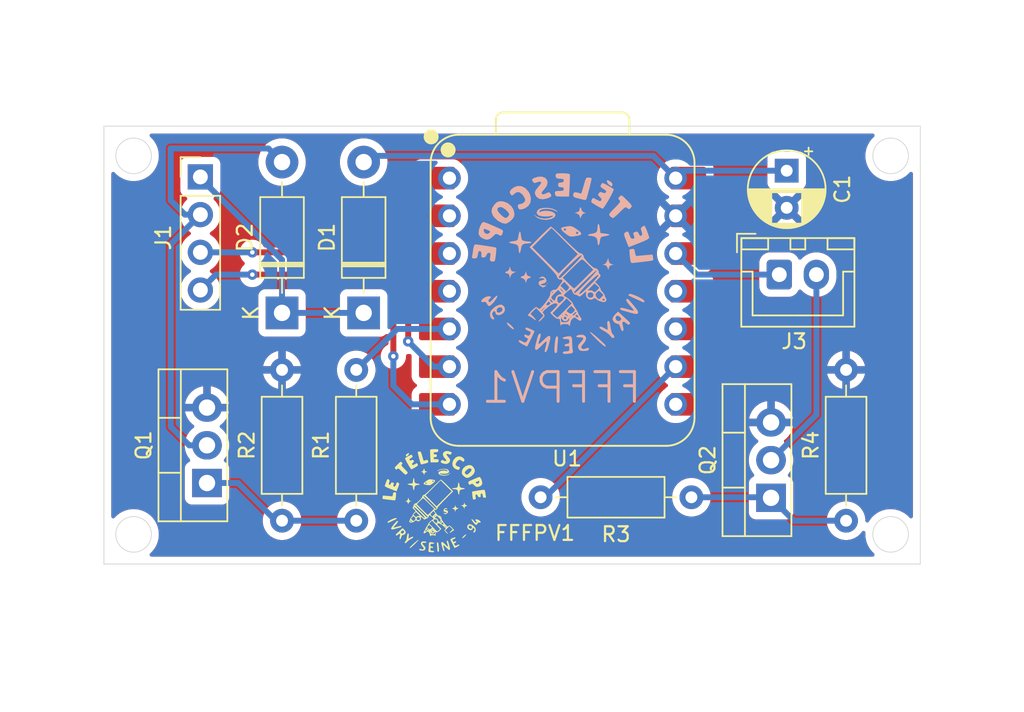
<source format=kicad_pcb>
(kicad_pcb (version 20241229) (generator "pcbnew") (generator_version "9.0")
  (layers (0 "F.Cu" signal) (4 "In1.Cu" signal) (6 "In2.Cu" signal) (2 "B.Cu" signal) (13 "F.Paste" user) (15 "B.Paste" user) (5 "F.SilkS" user "F.Silkscreen") (7 "B.SilkS" user "B.Silkscreen") (1 "F.Mask" user) (3 "B.Mask" user) (25 "Edge.Cuts" user))
  (net 0 "")
  (net 1 "GND")
  (net 2 "+5V")
  (net 3 "SERVO VCC")
  (net 4 "SERVO GND")
  (net 5 "SERVO POSITION FEEDBACK")
  (net 6 "SERVO POSITION CONTROL")
  (net 7 "+3V3")
  (net 8 "Net-(J3-Pin_2)")
  (net 9 "Net-(Q1-G)")
  (net 10 "Net-(Q2-G)")
  (net 11 "SERVO POWER CONTROL")
  (net 12 "LED_STRIP_POWER_CONTROL")
  (footprint "Seeeduino XIAO:XIAO-SAMD21-DIP" (layer "F.Cu") (at 128 80.5575)
    (property "Reference" "U1" (at 0.2 11.3425 0) (layer "F.SilkS"))
    (property "Value" "XIAO-SAMD21-DIP")
    (pad "1" smd roundrect (at -8.555 -7.5575 180) (size 2.432 1.524) (layers "F.Cu" "F.Mask") (roundrect_rratio 0.1))
    (pad "1" thru_hole circle (at -7.72 -7.5575 180) (size 1.524 1.524) (drill 0.889) (layers "*.Cu" "*.Mask"))
    (pad "2" smd roundrect (at -8.555 -5.0175 180) (size 2.432 1.524) (layers "F.Cu" "F.Mask") (roundrect_rratio 0.1))
    (pad "2" thru_hole circle (at -7.72 -5.0175 180) (size 1.524 1.524) (drill 0.889) (layers "*.Cu" "*.Mask"))
    (pad "3" smd roundrect (at -8.555 -2.4775 180) (size 2.432 1.524) (layers "F.Cu" "F.Mask") (roundrect_rratio 0.1))
    (pad "3" thru_hole circle (at -7.72 -2.4775 180) (size 1.524 1.524) (drill 0.889) (layers "*.Cu" "*.Mask"))
    (pad "4" smd roundrect (at -8.555 0.0625 180) (size 2.432 1.524) (layers "F.Cu" "F.Mask") (roundrect_rratio 0.1))
    (pad "4" thru_hole circle (at -7.72 0.0625 180) (size 1.524 1.524) (drill 0.889) (layers "*.Cu" "*.Mask"))
    (pad "5" smd roundrect (at -8.555 2.6025 180) (size 2.432 1.524) (layers "F.Cu" "F.Mask") (roundrect_rratio 0.1) (net 11 "SERVO POWER CONTROL"))
    (pad "5" thru_hole circle (at -7.72 2.6025 180) (size 1.524 1.524) (drill 0.889) (layers "*.Cu" "*.Mask") (net 11 "SERVO POWER CONTROL"))
    (pad "6" smd roundrect (at -8.555 5.1425 180) (size 2.432 1.524) (layers "F.Cu" "F.Mask") (roundrect_rratio 0.1) (net 6 "SERVO POSITION CONTROL"))
    (pad "6" thru_hole circle (at -7.72 5.1425 180) (size 1.524 1.524) (drill 0.889) (layers "*.Cu" "*.Mask") (net 6 "SERVO POSITION CONTROL"))
    (pad "7" smd roundrect (at -8.555 7.6825 180) (size 2.432 1.524) (layers "F.Cu" "F.Mask") (roundrect_rratio 0.1) (net 5 "SERVO POSITION FEEDBACK"))
    (pad "7" thru_hole circle (at -7.72 7.6825 180) (size 1.524 1.524) (drill 0.889) (layers "*.Cu" "*.Mask") (net 5 "SERVO POSITION FEEDBACK"))
    (pad "8" thru_hole circle (at 7.52 7.6825) (size 1.524 1.524) (drill 0.889) (layers "*.Cu" "*.Mask"))
    (pad "8" smd roundrect (at 8.355 7.6825) (size 2.432 1.524) (layers "F.Cu" "F.Mask") (roundrect_rratio 0.1))
    (pad "9" thru_hole circle (at 7.52 5.1425) (size 1.524 1.524) (drill 0.889) (layers "*.Cu" "*.Mask") (net 12 "LED_STRIP_POWER_CONTROL"))
    (pad "9" smd roundrect (at 8.355 5.1425) (size 2.432 1.524) (layers "F.Cu" "F.Mask") (roundrect_rratio 0.1) (net 12 "LED_STRIP_POWER_CONTROL"))
    (pad "10" thru_hole circle (at 7.52 2.6025) (size 1.524 1.524) (drill 0.889) (layers "*.Cu" "*.Mask"))
    (pad "10" smd roundrect (at 8.355 2.6025) (size 2.432 1.524) (layers "F.Cu" "F.Mask") (roundrect_rratio 0.1))
    (pad "11" thru_hole circle (at 7.52 0.0625) (size 1.524 1.524) (drill 0.889) (layers "*.Cu" "*.Mask"))
    (pad "11" smd roundrect (at 8.355 0.0625) (size 2.432 1.524) (layers "F.Cu" "F.Mask") (roundrect_rratio 0.1))
    (pad "12" thru_hole circle (at 7.52 -2.4775) (size 1.524 1.524) (drill 0.889) (layers "*.Cu" "*.Mask") (net 7 "+3V3"))
    (pad "12" smd roundrect (at 8.355 -2.4775) (size 2.432 1.524) (layers "F.Cu" "F.Mask") (roundrect_rratio 0.1) (net 7 "+3V3"))
    (pad "13" thru_hole circle (at 7.52 -5.0175) (size 1.524 1.524) (drill 0.889) (layers "*.Cu" "*.Mask") (net 1 "GND"))
    (pad "13" smd roundrect (at 8.355 -5.0175) (size 2.432 1.524) (layers "F.Cu" "F.Mask") (roundrect_rratio 0.1) (net 1 "GND"))
    (pad "14" thru_hole circle (at 7.52 -7.5575) (size 1.524 1.524) (drill 0.889) (layers "*.Cu" "*.Mask") (net 2 "+5V"))
    (pad "14" smd roundrect (at 8.355 -7.5575) (size 2.432 1.524) (layers "F.Cu" "F.Mask") (roundrect_rratio 0.1) (net 2 "+5V"))
  )
  (footprint "Diode_THT:D_DO-41_SOD81_P10.16mm_Horizontal" (layer "F.Cu") (at 114.5 82.08 90)
    (property "Reference" "D1" (at 5.08 -2.47 90) (layer "F.SilkS"))
    (property "Value" "1N5819")
    (fp_text user "K" (at 0 -2.1 90) (layer "F.SilkS"))
    (pad "1" thru_hole rect (at 0 0 90) (size 2.2 2.2) (drill 1.1) (layers "*.Cu" "*.Mask") (net 3 "SERVO VCC"))
    (pad "2" thru_hole oval (at 10.16 0 90) (size 2.2 2.2) (drill 1.1) (layers "*.Cu" "*.Mask") (net 2 "+5V"))
  )
  (footprint "Resistor_THT:R_Axial_DIN0207_L6.3mm_D2.5mm_P10.16mm_Horizontal" (layer "F.Cu") (at 114 96.08 90)
    (property "Reference" "R1" (at 5.08 -2.37 90) (layer "F.SilkS"))
    (property "Value" "220Ω")
    (pad "1" thru_hole circle (at 0 0 90) (size 1.6 1.6) (drill 0.8) (layers "*.Cu" "*.Mask") (net 9 "Net-(Q1-G)"))
    (pad "2" thru_hole oval (at 10.16 0 90) (size 1.6 1.6) (drill 0.8) (layers "*.Cu" "*.Mask") (net 11 "SERVO POWER CONTROL"))
  )
  (footprint "LOGO" (layer "F.Cu") (at 119.25 94.75)
    (property "Reference" "G***" (hide yes))
    (property "Value" "LOGO" (hide yes))
  )
  (footprint "Resistor_THT:R_Axial_DIN0207_L6.3mm_D2.5mm_P10.16mm_Horizontal" (layer "F.Cu") (at 126.42 94.5)
    (property "Reference" "R3" (at 5.08 2.5 0) (layer "F.SilkS"))
    (property "Value" "330Ω")
    (pad "1" thru_hole circle (at 0 0) (size 1.6 1.6) (drill 0.8) (layers "*.Cu" "*.Mask") (net 12 "LED_STRIP_POWER_CONTROL"))
    (pad "2" thru_hole oval (at 10.16 0) (size 1.6 1.6) (drill 0.8) (layers "*.Cu" "*.Mask") (net 10 "Net-(Q2-G)"))
  )
  (footprint "Resistor_THT:R_Axial_DIN0207_L6.3mm_D2.5mm_P10.16mm_Horizontal" (layer "F.Cu") (at 147 96.08 90)
    (property "Reference" "R4" (at 5.08 -2.37 90) (layer "F.SilkS"))
    (property "Value" "5kΩ")
    (pad "1" thru_hole circle (at 0 0 90) (size 1.6 1.6) (drill 0.8) (layers "*.Cu" "*.Mask") (net 10 "Net-(Q2-G)"))
    (pad "2" thru_hole oval (at 10.16 0 90) (size 1.6 1.6) (drill 0.8) (layers "*.Cu" "*.Mask") (net 1 "GND"))
  )
  (footprint "Package_TO_SOT_THT:TO-220-3_Vertical" (layer "F.Cu") (at 103.945 93.54 90)
    (property "Reference" "Q1" (at 2.54 -4.27 90) (layer "F.SilkS"))
    (property "Value" "IRLZ34N")
    (pad "1" thru_hole rect (at 0 0 90) (size 1.905 2) (drill 1.1) (layers "*.Cu" "*.Mask") (net 9 "Net-(Q1-G)"))
    (pad "2" thru_hole oval (at 2.54 0 90) (size 1.905 2) (drill 1.1) (layers "*.Cu" "*.Mask") (net 4 "SERVO GND"))
    (pad "3" thru_hole oval (at 5.08 0 90) (size 1.905 2) (drill 1.1) (layers "*.Cu" "*.Mask") (net 1 "GND"))
  )
  (footprint "Diode_THT:D_DO-41_SOD81_P10.16mm_Horizontal" (layer "F.Cu") (at 109 82.08 90)
    (property "Reference" "D2" (at 5.08 -2.5 90) (layer "F.SilkS"))
    (property "Value" "1N4007")
    (fp_text user "K" (at 0 -2.1 90) (layer "F.SilkS"))
    (pad "1" thru_hole rect (at 0 0 90) (size 2.2 2.2) (drill 1.1) (layers "*.Cu" "*.Mask") (net 3 "SERVO VCC"))
    (pad "2" thru_hole oval (at 10.16 0 90) (size 2.2 2.2) (drill 1.1) (layers "*.Cu" "*.Mask") (net 4 "SERVO GND"))
  )
  (footprint "Resistor_THT:R_Axial_DIN0207_L6.3mm_D2.5mm_P10.16mm_Horizontal" (layer "F.Cu") (at 109 96.08 90)
    (property "Reference" "R2" (at 5.08 -2.37 90) (layer "F.SilkS"))
    (property "Value" "2kΩ")
    (pad "1" thru_hole circle (at 0 0 90) (size 1.6 1.6) (drill 0.8) (layers "*.Cu" "*.Mask") (net 9 "Net-(Q1-G)"))
    (pad "2" thru_hole oval (at 10.16 0 90) (size 1.6 1.6) (drill 0.8) (layers "*.Cu" "*.Mask") (net 1 "GND"))
  )
  (footprint "Package_TO_SOT_THT:TO-220-3_Vertical" (layer "F.Cu") (at 141.945 94.54 90)
    (property "Reference" "Q2" (at 2.54 -4.27 90) (layer "F.SilkS"))
    (property "Value" "IRLZ34N")
    (pad "1" thru_hole rect (at 0 0 90) (size 1.905 2) (drill 1.1) (layers "*.Cu" "*.Mask") (net 10 "Net-(Q2-G)"))
    (pad "2" thru_hole oval (at 2.54 0 90) (size 1.905 2) (drill 1.1) (layers "*.Cu" "*.Mask") (net 8 "Net-(J3-Pin_2)"))
    (pad "3" thru_hole oval (at 5.08 0 90) (size 1.905 2) (drill 1.1) (layers "*.Cu" "*.Mask") (net 1 "GND"))
  )
  (footprint "Capacitor_THT:CP_Radial_D5.0mm_P2.50mm" (layer "F.Cu") (at 143 72.5 -90)
    (property "Reference" "C1" (at 1.25 -3.75 90) (layer "F.SilkS"))
    (property "Value" "10µF")
    (pad "1" thru_hole rect (at 0 0 270) (size 1.6 1.6) (drill 0.8) (layers "*.Cu" "*.Mask") (net 2 "+5V"))
    (pad "2" thru_hole circle (at 2.5 0 270) (size 1.6 1.6) (drill 0.8) (layers "*.Cu" "*.Mask") (net 1 "GND"))
  )
  (footprint "Connector_JST:JST_XH_B2B-XH-A_1x02_P2.50mm_Vertical" (layer "F.Cu") (at 142.5 79.5)
    (property "Reference" "J3" (at 1 4.5 180) (layer "F.SilkS"))
    (property "Value" "JST-XH LED")
    (pad "1" thru_hole roundrect (at 0 0) (size 1.7 2) (drill 1) (layers "*.Cu" "*.Mask") (roundrect_rratio 0.147059) (net 7 "+3V3"))
    (pad "2" thru_hole oval (at 2.5 0) (size 1.7 2) (drill 1) (layers "*.Cu" "*.Mask") (net 8 "Net-(J3-Pin_2)"))
  )
  (footprint "Connector_PinHeader_2.54mm:PinHeader_1x04_P2.54mm_Vertical" (layer "F.Cu") (at 103.5 72.92)
    (property "Reference" "J1" (at -2.5 4.08 90) (layer "F.SilkS"))
    (property "Value" "Servo")
    (pad "1" thru_hole rect (at 0 0) (size 1.7 1.7) (drill 1) (layers "*.Cu" "*.Mask") (net 3 "SERVO VCC"))
    (pad "2" thru_hole oval (at 0 2.54) (size 1.7 1.7) (drill 1) (layers "*.Cu" "*.Mask") (net 4 "SERVO GND"))
    (pad "3" thru_hole oval (at 0 5.08) (size 1.7 1.7) (drill 1) (layers "*.Cu" "*.Mask") (net 6 "SERVO POSITION CONTROL"))
    (pad "4" thru_hole oval (at 0 7.62) (size 1.7 1.7) (drill 1) (layers "*.Cu" "*.Mask") (net 5 "SERVO POSITION FEEDBACK"))
  )
  (footprint "LOGO" (layer "B.Cu") (at 127.9144 78.7908 180)
    (property "Reference" "G***" (hide yes))
    (property "Value" "LOGO" (hide yes))
  )
  (gr_circle (center 99 97) (end 100.2 97) (stroke (width 0.05)) (fill no) (layer "Edge.Cuts"))
  (gr_line (start 97 99) (end 152 99) (stroke (width 0.05)) (layer "Edge.Cuts"))
  (gr_circle (center 99 71.5) (end 100.2 71.5) (stroke (width 0.05)) (fill no) (layer "Edge.Cuts"))
  (gr_line (start 152 69.5) (end 152 99) (stroke (width 0.05)) (layer "Edge.Cuts"))
  (gr_circle (center 150 97) (end 151.2 97) (stroke (width 0.05)) (fill no) (layer "Edge.Cuts"))
  (gr_line (start 97 69.5) (end 97 99) (stroke (width 0.05)) (layer "Edge.Cuts"))
  (gr_circle (center 150 71.5) (end 151.2 71.5) (stroke (width 0.05)) (fill no) (layer "Edge.Cuts"))
  (gr_line (start 152 69.5) (end 97 69.5) (stroke (width 0.05)) (layer "Edge.Cuts"))
  (gr_text "FFFPV1" (at 123.25 97.5 0) (layer "F.SilkS") (effects (font (size 1 1)) (justify left bottom)))
  (gr_text "FFFPV1" (at 133.35 88.2904 0) (layer "B.SilkS") (effects (font (size 2 2) (thickness 0.2)) (justify left bottom mirror)))
  (segment (start 143 72.5) (end 136.02 72.5) (width 0.4) (layer "B.Cu") (net 2))
  (segment (start 134.02 71.5) (end 114.92 71.5) (width 0.4) (layer "B.Cu") (net 2))
  (segment (start 135.52 73) (end 134.02 71.5) (width 0.4) (layer "B.Cu") (net 2))
  (segment (start 136.02 72.5) (end 135.52 73) (width 0.2) (layer "B.Cu") (net 2))
  (segment (start 114.92 71.5) (end 114.5 71.92) (width 0.4) (layer "B.Cu") (net 2))
  (segment (start 114.5 82.08) (end 109 82.08) (width 0.4) (layer "B.Cu") (net 3))
  (segment (start 103.5 73) (end 103.5 72.92) (width 0.4) (layer "B.Cu") (net 3))
  (segment (start 109 78.5) (end 103.5 73) (width 0.4) (layer "B.Cu") (net 3))
  (segment (start 109 82.08) (end 109 78.5) (width 0.4) (layer "B.Cu") (net 3))
  (segment (start 109 71.92) (end 108.08 71) (width 0.4) (layer "B.Cu") (net 4))
  (segment (start 102.75 91) (end 101.5 89.75) (width 0.4) (layer "B.Cu") (net 4))
  (segment (start 101.5 77.46) (end 103.5 75.46) (width 0.4) (layer "B.Cu") (net 4))
  (segment (start 108.08 71) (end 101.5 71) (width 0.4) (layer "B.Cu") (net 4))
  (segment (start 102.46 75.46) (end 103.5 75.46) (width 0.4) (layer "B.Cu") (net 4))
  (segment (start 101.5 89.75) (end 101.5 77.46) (width 0.4) (layer "B.Cu") (net 4))
  (segment (start 103.945 91) (end 102.75 91) (width 0.4) (layer "B.Cu") (net 4))
  (segment (start 101.5 74.5) (end 102.46 75.46) (width 0.4) (layer "B.Cu") (net 4))
  (segment (start 101.5 71) (end 101.5 74.5) (width 0.4) (layer "B.Cu") (net 4))
  (segment (start 116 79.5) (end 107 79.5) (width 0.4) (layer "F.Cu") (net 5))
  (segment (start 116.5 85) (end 116.5 80) (width 0.4) (layer "F.Cu") (net 5))
  (segment (start 116.5 80) (end 116 79.5) (width 0.4) (layer "F.Cu") (net 5))
  (via (at 116.5 85) (size 0.7) (drill 0.3) (layers "F.Cu" "B.Cu") (net 5))
  (via (at 107 79.5) (size 0.7) (drill 0.3) (layers "F.Cu" "B.Cu") (net 5))
  (segment (start 116.5 85) (end 116.5 87) (width 0.4) (layer "B.Cu") (net 5))
  (segment (start 104.54 79.5) (end 103.5 80.54) (width 0.4) (layer "B.Cu") (net 5))
  (segment (start 120.28 88.24) (end 117.74 88.24) (width 0.4) (layer "B.Cu") (net 5))
  (segment (start 117.74 88.24) (end 116.5 87) (width 0.4) (layer "B.Cu") (net 5))
  (segment (start 107 79.5) (end 104.54 79.5) (width 0.4) (layer "B.Cu") (net 5))
  (segment (start 117.5 84) (end 117.5 80) (width 0.4) (layer "F.Cu") (net 6))
  (segment (start 115.5 78) (end 107 78) (width 0.4) (layer "F.Cu") (net 6))
  (segment (start 117.5 80) (end 115.5 78) (width 0.4) (layer "F.Cu") (net 6))
  (via (at 107 78) (size 0.7) (drill 0.3) (layers "F.Cu" "B.Cu") (net 6))
  (via (at 117.5 84) (size 0.7) (drill 0.3) (layers "F.Cu" "B.Cu") (net 6))
  (segment (start 103.5 78.490603) (end 103.5 78) (width 0.2) (layer "B.Cu") (net 6))
  (segment (start 119.2 85.7) (end 117.5 84) (width 0.4) (layer "B.Cu") (net 6))
  (segment (start 107 78) (end 103.5 78) (width 0.4) (layer "B.Cu") (net 6))
  (segment (start 120.28 85.7) (end 119.2 85.7) (width 0.4) (layer "B.Cu") (net 6))
  (segment (start 142.5 79.5) (end 136.94 79.5) (width 0.4) (layer "B.Cu") (net 7))
  (segment (start 136.94 79.5) (end 135.52 78.08) (width 0.4) (layer "B.Cu") (net 7))
  (segment (start 145 88.945) (end 141.945 92) (width 0.4) (layer "B.Cu") (net 8))
  (segment (start 145 79.5) (end 145 88.945) (width 0.4) (layer "B.Cu") (net 8))
  (segment (start 114 96.08) (end 109 96.08) (width 0.4) (layer "B.Cu") (net 9))
  (segment (start 106.04 93.54) (end 103.945 93.54) (width 0.4) (layer "B.Cu") (net 9))
  (segment (start 108.58 96.08) (end 106.04 93.54) (width 0.4) (layer "B.Cu") (net 9))
  (segment (start 109 96.08) (end 108.58 96.08) (width 0.4) (layer "B.Cu") (net 9))
  (segment (start 137.04 94.54) (end 136.58 95) (width 0.2) (layer "F.Cu") (net 10))
  (segment (start 136.62 94.54) (end 136.58 94.5) (width 0.2) (layer "F.Cu") (net 10))
  (segment (start 141.905 94.5) (end 141.945 94.54) (width 0.4) (layer "B.Cu") (net 10))
  (segment (start 136.58 94.5) (end 141.905 94.5) (width 0.4) (layer "B.Cu") (net 10))
  (segment (start 141.945 94.54) (end 142.54 94.54) (width 0.2) (layer "B.Cu") (net 10))
  (segment (start 141.485 95) (end 141.945 94.54) (width 0.2) (layer "B.Cu") (net 10))
  (segment (start 143.485 96.08) (end 141.945 94.54) (width 0.4) (layer "B.Cu") (net 10))
  (segment (start 147 96.08) (end 143.485 96.08) (width 0.4) (layer "B.Cu") (net 10))
  (segment (start 136.62 94.54) (end 136.58 94.5) (width 0.2) (layer "B.Cu") (net 10))
  (segment (start 120.28 83.16) (end 116.76 83.16) (width 0.4) (layer "B.Cu") (net 11))
  (segment (start 116.76 83.16) (end 114 85.92) (width 0.4) (layer "B.Cu") (net 11))
  (segment (start 135.52 85.7) (end 126.72 94.5) (width 0.4) (layer "B.Cu") (net 12))
  (segment (start 126.72 94.5) (end 126.42 94.5) (width 0.4) (layer "B.Cu") (net 12))
  (zone (net 1) (net_name "GND") (layers "F.Cu" "B.Cu") (connect_pads (clearance 0.5)) (min_thickness 0.25) (fill yes (thermal_gap 0.5) (thermal_bridge_width 0.5))
    (polygon (pts (xy 90 61) (xy 159 61) (xy 159 109) (xy 90 109)))
  )
)
</source>
